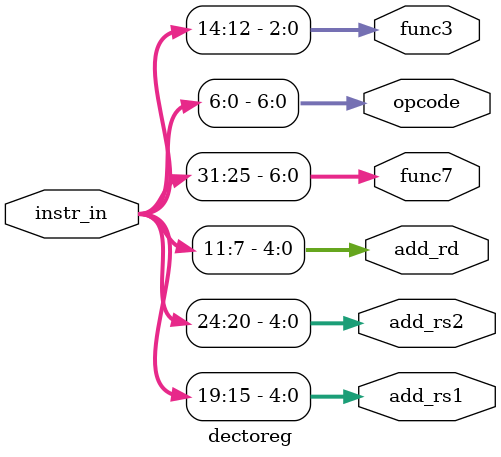
<source format=sv>
module dectoreg #(parameter add_width = 5, parameter data_width = 32)(instr_in,add_rs1,add_rs2,add_rd,func7,func3,opcode);

input [data_width-1:0]instr_in;
output reg[add_width-1:0]add_rs1,add_rs2,add_rd;
output reg[6:0]func7,opcode;
output reg[2:0]func3;


assign func7 = instr_in[31:25];
assign add_rs2 = instr_in[24:20];
assign add_rs1 = instr_in[19:15];
assign func3 = instr_in[14:12];
assign add_rd = instr_in[11:7];
assign opcode = instr_in[6:0];


endmodule

</source>
